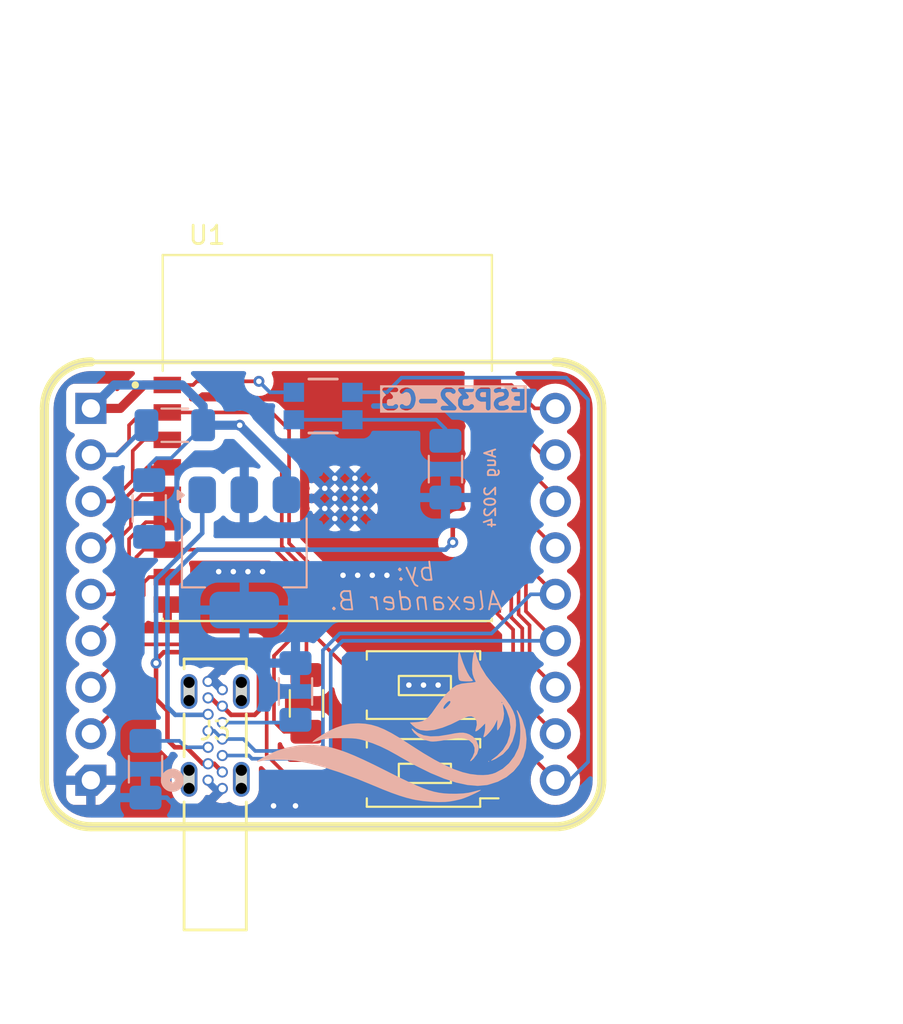
<source format=kicad_pcb>
(kicad_pcb (version 20240108) (generator "pcbnew") (generator_version "8.0")
  (layers (0 "F.Cu" signal) (31 "B.Cu" signal) (34 "B.Paste" user) (35 "F.Paste" user) (36 "B.SilkS" user "B.Silkscreen") (37 "F.SilkS" user "F.Silkscreen") (38 "B.Mask" user) (39 "F.Mask" user) (44 "Edge.Cuts" user))
  (net 0 "")
  (net 1 "GPIO3")
  (net 2 "GND")
  (net 3 "GPIO2")
  (net 4 "GPIO1")
  (net 5 "GPIO0")
  (net 6 "GPIO4")
  (net 7 "VBUS")
  (net 8 "GPIO7")
  (net 9 "USB_D+")
  (net 10 "UART-RX")
  (net 11 "USB_D-")
  (net 12 "GPIO5")
  (net 13 "GPIO8")
  (net 14 "UART-TX")
  (net 15 "GPIO10")
  (net 16 "EN")
  (net 17 "GPIO9")
  (net 18 "3V3")
  (net 19 "GPIO6")
  (net 20 "Net-(LED1-GND-Pad1)")
  (net 21 "Net-(J3-CC2)")
  (net 22 "Net-(J3-CC1)")
  (footprint "Alexander Footprint Library:ESP32-C3-WROOM-02-H4" (layer "F.Cu") (at 156.94 61.1)
    (property "Reference" "U1" (at -6.575 -11.085 0) (layer "F.SilkS"))
    (property "Value" "ESP32-C3-WROOM-02-N4")
    (pad "1" smd rect (at -8.75 -2.9) (size 1.5 0.9) (layers "F.Cu" "F.Paste" "F.Mask") (net 18 "3V3"))
    (pad "2" smd rect (at -8.75 -1.4) (size 1.5 0.9) (layers "F.Cu" "F.Paste" "F.Mask") (net 16 "EN"))
    (pad "3" smd rect (at -8.75 0.1) (size 1.5 0.9) (layers "F.Cu" "F.Paste" "F.Mask") (net 6 "GPIO4"))
    (pad "4" smd rect (at -8.75 1.6) (size 1.5 0.9) (layers "F.Cu" "F.Paste" "F.Mask") (net 12 "GPIO5"))
    (pad "5" smd rect (at -8.75 3.1) (size 1.5 0.9) (layers "F.Cu" "F.Paste" "F.Mask") (net 19 "GPIO6"))
    (pad "6" smd rect (at -8.75 4.6) (size 1.5 0.9) (layers "F.Cu" "F.Paste" "F.Mask") (net 8 "GPIO7"))
    (pad "7" smd rect (at -8.75 6.1) (size 1.5 0.9) (layers "F.Cu" "F.Paste" "F.Mask") (net 13 "GPIO8"))
    (pad "8" smd rect (at -8.75 7.6) (size 1.5 0.9) (layers "F.Cu" "F.Paste" "F.Mask") (net 17 "GPIO9"))
    (pad "9" smd rect (at -8.75 9.1) (size 1.5 0.9) (layers "F.Cu" "F.Paste" "F.Mask") (net 2 "GND"))
    (pad "10" smd rect (at 8.75 9.1) (size 1.5 0.9) (layers "F.Cu" "F.Paste" "F.Mask") (net 15 "GPIO10"))
    (pad "11" smd rect (at 8.75 7.6) (size 1.5 0.9) (layers "F.Cu" "F.Paste" "F.Mask") (net 10 "UART-RX"))
    (pad "12" smd rect (at 8.75 6.1) (size 1.5 0.9) (layers "F.Cu" "F.Paste" "F.Mask") (net 14 "UART-TX"))
    (pad "13" smd rect (at 8.75 4.6) (size 1.5 0.9) (layers "F.Cu" "F.Paste" "F.Mask") (net 11 "USB_D-"))
    (pad "14" smd rect (at 8.75 3.1) (size 1.5 0.9) (layers "F.Cu" "F.Paste" "F.Mask") (net 9 "USB_D+"))
    (pad "15" smd rect (at 8.75 1.6) (size 1.5 0.9) (layers "F.Cu" "F.Paste" "F.Mask") (net 1 "GPIO3"))
    (pad "16" smd rect (at 8.75 0.1) (size 1.5 0.9) (layers "F.Cu" "F.Paste" "F.Mask") (net 3 "GPIO2"))
    (pad "17" smd rect (at 8.75 -1.4) (size 1.5 0.9) (layers "F.Cu" "F.Paste" "F.Mask") (net 4 "GPIO1"))
    (pad "18" smd rect (at 8.75 -2.9) (size 1.5 0.9) (layers "F.Cu" "F.Paste" "F.Mask") (net 5 "GPIO0"))
    (pad "19" smd rect (at -0.14 2.2) (size 0.7 0.7) (layers "F.Cu" "F.Paste" "F.Mask") (net 2 "GND"))
    (pad "20" smd rect (at 0.96 2.2) (size 0.7 0.7) (layers "F.Cu" "F.Paste" "F.Mask") (net 2 "GND"))
    (pad "21" smd rect (at 2.06 2.2) (size 0.7 0.7) (layers "F.Cu" "F.Paste" "F.Mask") (net 2 "GND"))
    (pad "22" smd rect (at -0.14 3.3) (size 0.7 0.7) (layers "F.Cu" "F.Paste" "F.Mask") (net 2 "GND"))
    (pad "23" smd rect (at 0.96 3.3) (size 0.7 0.7) (layers "F.Cu" "F.Paste" "F.Mask") (net 2 "GND"))
    (pad "24" smd rect (at 2.06 3.3) (size 0.7 0.7) (layers "F.Cu" "F.Paste" "F.Mask") (net 2 "GND"))
    (pad "25" smd rect (at -0.14 4.4) (size 0.7 0.7) (layers "F.Cu" "F.Paste" "F.Mask") (net 2 "GND"))
    (pad "26" smd rect (at 0.96 4.4) (size 0.7 0.7) (layers "F.Cu" "F.Paste" "F.Mask") (net 2 "GND"))
    (pad "27" smd rect (at 2.06 4.4) (size 0.7 0.7) (layers "F.Cu" "F.Paste" "F.Mask") (net 2 "GND"))
    (pad "28" thru_hole circle (at 0.41 2.2) (size 0.4 0.4) (drill 0.3) (layers "*.Cu") (net 2 "GND"))
    (pad "29" thru_hole circle (at 1.51 2.2) (size 0.4 0.4) (drill 0.3) (layers "*.Cu") (net 2 "GND"))
    (pad "30" thru_hole circle (at -0.14 2.75) (size 0.4 0.4) (drill 0.3) (layers "*.Cu") (net 2 "GND"))
    (pad "31" thru_hole circle (at 0.96 2.75) (size 0.4 0.4) (drill 0.3) (layers "*.Cu") (net 2 "GND"))
    (pad "32" thru_hole circle (at 2.06 2.75) (size 0.4 0.4) (drill 0.3) (layers "*.Cu") (net 2 "GND"))
    (pad "33" thru_hole circle (at 0.41 3.3) (size 0.4 0.4) (drill 0.3) (layers "*.Cu") (net 2 "GND"))
    (pad "34" thru_hole circle (at 1.51 3.3) (size 0.4 0.4) (drill 0.3) (layers "*.Cu") (net 2 "GND"))
    (pad "35" thru_hole circle (at -0.14 3.85) (size 0.4 0.4) (drill 0.3) (layers "*.Cu") (net 2 "GND"))
    (pad "36" thru_hole circle (at 0.96 3.85) (size 0.4 0.4) (drill 0.3) (layers "*.Cu") (net 2 "GND"))
    (pad "37" thru_hole circle (at 2.06 3.85) (size 0.4 0.4) (drill 0.3) (layers "*.Cu") (net 2 "GND"))
    (pad "38" thru_hole circle (at 0.41 4.4) (size 0.4 0.4) (drill 0.3) (layers "*.Cu") (net 2 "GND"))
    (pad "39" thru_hole circle (at 1.51 4.4) (size 0.4 0.4) (drill 0.3) (layers "*.Cu") (net 2 "GND"))
    (zone (net 0) (net_name "") (layer "F.Cu") (connect_pads (clearance 0)) (min_thickness 0.01)
      (keepout (tracks not_allowed) (vias not_allowed) (pads not_allowed) (copperpour not_allowed) (footprints allowed))
      (fill (thermal_gap 0.508) (thermal_bridge_width 0.508))
      (polygon (pts (xy 147.94 51.1) (xy 165.94 51.1) (xy 165.94 57.1) (xy 147.94 57.1)))
    )
    (zone (net 0) (net_name "") (layer "B.Cu") (connect_pads (clearance 0)) (min_thickness 0.01)
      (keepout (tracks not_allowed) (vias not_allowed) (pads not_allowed) (copperpour not_allowed) (footprints allowed))
      (fill (thermal_gap 0.508) (thermal_bridge_width 0.508))
      (polygon (pts (xy 147.94 51.1) (xy 165.94 51.1) (xy 165.94 57.1) (xy 147.94 57.1)))
    )
  )
  (footprint "Alexander Footprint Library:SW_PUSH_6x3.5mm" (layer "F.Cu") (at 165.45 79.4 180)
    (property "Reference" "SW1" (hide yes))
    (property "Value" "SW_Push_SMD_6x3.5")
    (pad "1" smd rect (at 0 0 270) (size 2.25 2.25) (layers "F.Cu" "F.Paste" "F.Mask") (net 2 "GND"))
    (pad "2" smd oval (at 6.5 0 270) (size 2.25 2.25) (layers "F.Cu" "F.Paste" "F.Mask") (net 17 "GPIO9"))
  )
  (footprint "Alexander Footprint Library:USB-C_KUSBX-SL-CS1N14-B_KYC" (layer "F.Cu") (at 150.419999 79.799999)
    (property "Reference" "J3" (at 0.39 -2.7 0) (layer "F.SilkS"))
    (property "Value" "USB-C_KUSBX-SL-CS1N14-B")
    (fp_line (start -1.04 -4.354699) (end -1.04 -5.345299) (stroke (width 0.6096)) (layer "Edge.Cuts"))
    (fp_line (start -1.04 0.4453) (end -1.04 -0.5453) (stroke (width 0.6096)) (layer "Edge.Cuts"))
    (fp_line (start 1.82 -4.354699) (end 1.82 -5.345299) (stroke (width 0.6096)) (layer "Edge.Cuts"))
    (fp_line (start 1.82 0.4453) (end 1.82 -0.5453) (stroke (width 0.6096)) (layer "Edge.Cuts"))
    (pad "" np_thru_hole circle (at -1.04 -5.345299) (size 0.6096 0.6096) (drill 0.6096) (layers))
    (pad "" np_thru_hole circle (at -1.04 -4.354699) (size 0.6096 0.6096) (drill 0.6096) (layers))
    (pad "" np_thru_hole circle (at -1.04 -0.5453) (size 0.6096 0.6096) (drill 0.6096) (layers))
    (pad "" np_thru_hole circle (at -1.04 0.4453) (size 0.6096 0.6096) (drill 0.6096) (layers))
    (pad "" np_thru_hole circle (at 1.82 -5.345299) (size 0.6096 0.6096) (drill 0.6096) (layers))
    (pad "" np_thru_hole circle (at 1.82 -4.354699) (size 0.6096 0.6096) (drill 0.6096) (layers))
    (pad "" np_thru_hole circle (at 1.82 -0.5453) (size 0.6096 0.6096) (drill 0.6096) (layers))
    (pad "" np_thru_hole circle (at 1.82 0.4453) (size 0.6096 0.6096) (drill 0.6096) (layers))
    (pad "A1" thru_hole circle (at 0 0) (size 0.6096 0.6096) (drill 0.4064) (layers "*.Cu" "*.Mask") (net 2 "GND"))
    (pad "A4" thru_hole circle (at 0 -0.900001) (size 0.6096 0.6096) (drill 0.4064) (layers "*.Cu" "*.Mask") (net 7 "VBUS"))
    (pad "A5" thru_hole circle (at 0 -1.799999) (size 0.6096 0.6096) (drill 0.4064) (layers "*.Cu" "*.Mask") (net 22 "Net-(J3-CC1)"))
    (pad "A6" thru_hole circle (at 0 -2.7) (size 0.6096 0.6096) (drill 0.4064) (layers "*.Cu" "*.Mask") (net 9 "USB_D+"))
    (pad "A7" thru_hole circle (at 0 -3.6) (size 0.6096 0.6096) (drill 0.4064) (layers "*.Cu" "*.Mask") (net 11 "USB_D-"))
    (pad "A9" thru_hole circle (at 0 -4.499999) (size 0.6096 0.6096) (drill 0.4064) (layers "*.Cu" "*.Mask") (net 7 "VBUS"))
    (pad "A12" thru_hole circle (at 0 -5.399999) (size 0.6096 0.6096) (drill 0.4064) (layers "*.Cu" "*.Mask") (net 2 "GND"))
    (pad "B1" thru_hole circle (at 0.780001 -4.949999) (size 0.6096 0.6096) (drill 0.4064) (layers "*.Cu" "*.Mask") (net 2 "GND"))
    (pad "B4" thru_hole circle (at 0.780001 -4.049999) (size 0.6096 0.6096) (drill 0.4064) (layers "*.Cu" "*.Mask") (net 7 "VBUS"))
    (pad "B5" thru_hole circle (at 0.780001 -3.149999) (size 0.6096 0.6096) (drill 0.4064) (layers "*.Cu" "*.Mask") (net 21 "Net-(J3-CC2)"))
    (pad "B6" thru_hole circle (at 0.780001 -2.249999) (size 0.6096 0.6096) (drill 0.4064) (layers "*.Cu" "*.Mask") (net 9 "USB_D+"))
    (pad "B7" thru_hole circle (at 0.780001 -1.349999) (size 0.6096 0.6096) (drill 0.4064) (layers "*.Cu" "*.Mask") (net 11 "USB_D-"))
    (pad "B9" thru_hole circle (at 0.780001 -0.449999) (size 0.6096 0.6096) (drill 0.4064) (layers "*.Cu" "*.Mask") (net 7 "VBUS"))
    (pad "B12" thru_hole circle (at 0.780001 0.450001) (size 0.6096 0.6096) (drill 0.4064) (layers "*.Cu" "*.Mask") (net 2 "GND"))
    (pad "S_1" thru_hole oval (at -1.04 -0.05 90) (size 1.905 0.9144) (drill 0.0254) (layers "*.Cu" "*.Mask"))
    (pad "S_2" thru_hole oval (at 1.82 -0.05 90) (size 1.905 0.9144) (drill 0.0254) (layers "*.Cu" "*.Mask"))
    (pad "S_3" thru_hole oval (at -1.04 -4.849999 90) (size 1.905 0.9144) (drill 0.0254) (layers "*.Cu" "*.Mask"))
    (pad "S_4" thru_hole oval (at 1.82 -4.849999 90) (size 1.905 0.9144) (drill 0.0254) (layers "*.Cu" "*.Mask"))
  )
  (footprint "Resistor_SMD:R_1206_3216Metric_Pad1.30x1.75mm_HandSolder" (layer "F.Cu") (at 155.8 75.6 -90)
    (property "Reference" "R7" (hide yes))
    (property "Value" "2K2")
    (pad "1" smd roundrect (at -1.55 0 270) (size 1.3 1.75) (layers "F.Cu" "F.Paste" "F.Mask") (roundrect_rratio 0.192308) (net 18 "3V3"))
    (pad "2" smd roundrect (at 1.55 0 270) (size 1.3 1.75) (layers "F.Cu" "F.Paste" "F.Mask") (roundrect_rratio 0.192308) (net 13 "GPIO8"))
  )
  (footprint "Alexander Footprint Library:Conn_ESP32-C3-WROOM-02" (layer "F.Cu") (at 159.25 64.56)
    (property "Reference" "J2" (hide yes))
    (property "Value" "~")
    (fp_line (start -17.78 15.24) (end -17.78 -5.08) (stroke (width 0.05)) (layer "Edge.Cuts"))
    (fp_line (start -15.24 -7.62) (end 10.16 -7.62) (stroke (width 0.05)) (layer "Edge.Cuts"))
    (fp_line (start 10.16 17.78) (end -15.24 17.78) (stroke (width 0.05)) (layer "Edge.Cuts"))
    (fp_line (start 12.7 -5.08) (end 12.7 15.24) (stroke (width 0.05)) (layer "Edge.Cuts"))
    (fp_arc (start -17.78 -5.08) (mid -17.036051 -6.876051) (end -15.24 -7.62) (stroke (width 0.05)) (layer "Edge.Cuts"))
    (fp_arc (start -15.24 17.78) (mid -17.036051 17.036051) (end -17.78 15.24) (stroke (width 0.05)) (layer "Edge.Cuts"))
    (fp_arc (start 10.16 -7.62) (mid 11.956051 -6.876051) (end 12.7 -5.08) (stroke (width 0.05)) (layer "Edge.Cuts"))
    (fp_arc (start 12.7 15.24) (mid 11.956051 17.036051) (end 10.16 17.78) (stroke (width 0.05)) (layer "Edge.Cuts"))
    (pad "1" thru_hole rect (at -15.24 -5.08) (size 1.7 1.7) (drill 1) (layers "*.Cu" "*.Mask") (net 18 "3V3"))
    (pad "2" thru_hole circle (at -15.24 -2.54) (size 1.7 1.7) (drill 1) (layers "*.Cu" "*.Mask") (net 16 "EN"))
    (pad "3" thru_hole circle (at -15.24 0) (size 1.7 1.7) (drill 1) (layers "*.Cu" "*.Mask") (net 6 "GPIO4"))
    (pad "4" thru_hole circle (at -15.24 2.54) (size 1.7 1.7) (drill 1) (layers "*.Cu" "*.Mask") (net 12 "GPIO5"))
    (pad "5" thru_hole circle (at -15.24 5.08) (size 1.7 1.7) (drill 1) (layers "*.Cu" "*.Mask") (net 19 "GPIO6"))
    (pad "6" thru_hole circle (at -15.24 7.62) (size 1.7 1.7) (drill 1) (layers "*.Cu" "*.Mask") (net 8 "GPIO7"))
    (pad "7" thru_hole circle (at -15.24 10.16) (size 1.7 1.7) (drill 1) (layers "*.Cu" "*.Mask") (net 13 "GPIO8"))
    (pad "8" thru_hole circle (at -15.24 12.7) (size 1.7 1.7) (drill 1) (layers "*.Cu" "*.Mask") (net 17 "GPIO9"))
    (pad "9" thru_hole roundrect (at -15.24 15.24) (size 1.7 1.7) (drill 1) (layers "*.Cu" "*.Mask") (roundrect_rratio 0) (chamfer_ratio 0.3) (chamfer top_left bottom_right) (net 2 "GND"))
    (pad "10" thru_hole circle (at 10.16 15.24) (size 1.7 1.7) (drill 1) (layers "*.Cu" "*.Mask") (net 15 "GPIO10"))
    (pad "11" thru_hole circle (at 10.16 12.7) (size 1.7 1.7) (drill 1) (layers "*.Cu" "*.Mask") (net 10 "UART-RX"))
    (pad "12" thru_hole circle (at 10.16 10.16) (size 1.7 1.7) (drill 1) (layers "*.Cu" "*.Mask") (net 14 "UART-TX"))
    (pad "13" thru_hole circle (at 10.16 7.62) (size 1.7 1.7) (drill 1) (layers "*.Cu" "*.Mask") (net 11 "USB_D-"))
    (pad "14" thru_hole circle (at 10.16 5.08) (size 1.7 1.7) (drill 1) (layers "*.Cu" "*.Mask") (net 9 "USB_D+"))
    (pad "15" thru_hole circle (at 10.16 2.54) (size 1.7 1.7) (drill 1) (layers "*.Cu" "*.Mask") (net 1 "GPIO3"))
    (pad "16" thru_hole circle (at 10.16 0) (size 1.7 1.7) (drill 1) (layers "*.Cu" "*.Mask") (net 3 "GPIO2"))
    (pad "17" thru_hole circle (at 10.16 -2.54) (size 1.7 1.7) (drill 1) (layers "*.Cu" "*.Mask") (net 4 "GPIO1"))
    (pad "18" thru_hole circle (at 10.16 -5.08) (size 1.7 1.7) (drill 1) (layers "*.Cu" "*.Mask") (net 5 "GPIO0"))
  )
  (footprint "Alexander Footprint Library:SW_PUSH_6x3.5mm" (layer "F.Cu") (at 165.45 74.6 180)
    (property "Reference" "SW2" (hide yes))
    (property "Value" "SW_Push_SMD_6x3.5")
    (pad "1" smd rect (at 0 0 270) (size 2.25 2.25) (layers "F.Cu" "F.Paste" "F.Mask") (net 2 "GND"))
    (pad "2" smd oval (at 6.5 0 270) (size 2.25 2.25) (layers "F.Cu" "F.Paste" "F.Mask") (net 16 "EN"))
  )
  (footprint "Resistor_SMD:R_1206_3216Metric_Pad1.30x1.75mm_HandSolder" (layer "B.Cu") (at 147.2 64.95 -90)
    (property "Reference" "R8" (hide yes))
    (property "Value" "2K2")
    (pad "1" smd roundrect (at -1.55 0 270) (size 1.3 1.75) (layers "B.Cu" "B.Paste" "B.Mask") (roundrect_rratio 0.192308) (net 18 "3V3"))
    (pad "2" smd roundrect (at 1.55 0 270) (size 1.3 1.75) (layers "B.Cu" "B.Paste" "B.Mask") (roundrect_rratio 0.192308) (net 17 "GPIO9"))
  )
  (footprint "LOGO" (layer "B.Cu") (at 160.4 76.8 180)
    (property "Reference" "G***" (hide yes))
    (property "Value" "LOGO" (hide yes))
  )
  (footprint "Alexander Footprint Library:B1552_HVK-M" (layer "B.Cu") (at 156.71 59.350001)
    (property "Reference" "LED1" (hide yes))
    (property "Value" "LED-RED-GREEN-B1552USUG20D")
    (pad "1" smd rect (at -1.6002 0.750001) (size 1.1176 1.0414) (layers "B.Cu" "B.Paste" "B.Mask") (net 20 "Net-(LED1-GND-Pad1)"))
    (pad "2" smd rect (at -1.6002 -0.750001) (size 1.1176 1.0414) (layers "B.Cu" "B.Paste" "B.Mask") (net 18 "3V3"))
    (pad "3" smd rect (at 1.6002 -0.750001) (size 1.1176 1.0414) (layers "B.Cu" "B.Paste" "B.Mask") (net 15 "GPIO10"))
    (pad "4" smd rect (at 1.6002 0.750001) (size 1.1176 1.0414) (layers "B.Cu" "B.Paste" "B.Mask") (net 20 "Net-(LED1-GND-Pad1)"))
  )
  (footprint "Package_TO_SOT_SMD:SOT-223-3_TabPin2" (layer "B.Cu") (at 152.4 67.35 -90)
    (property "Reference" "U2" (hide yes))
    (property "Value" "AMS1117-3V3")
    (pad "1" smd roundrect (at -3.15 2.3 270) (size 2 1.5) (layers "B.Cu" "B.Paste" "B.Mask") (net 7 "VBUS"))
    (pad "2" smd roundrect (at -3.15 0 270) (size 2 1.5) (layers "B.Cu" "B.Paste" "B.Mask") (net 2 "GND"))
    (pad "2" smd roundrect (at 3.15 0 270) (size 2 3.8) (layers "B.Cu" "B.Paste" "B.Mask") (net 2 "GND"))
    (pad "3" smd roundrect (at -3.15 -2.3 270) (size 2 1.5) (layers "B.Cu" "B.Paste" "B.Mask") (net 18 "3V3"))
  )
  (footprint "Resistor_SMD:R_1206_3216Metric_Pad1.30x1.75mm_HandSolder" (layer "B.Cu") (at 148.6 60.4 180)
    (property "Reference" "R1" (hide yes))
    (property "Value" "10k")
    (pad "1" smd roundrect (at -1.55 0 180) (size 1.3 1.75) (layers "B.Cu" "B.Paste" "B.Mask") (roundrect_rratio 0.192308) (net 18 "3V3"))
    (pad "2" smd roundrect (at 1.55 0 180) (size 1.3 1.75) (layers "B.Cu" "B.Paste" "B.Mask") (roundrect_rratio 0.192308) (net 16 "EN"))
  )
  (footprint "Resistor_SMD:R_1206_3216Metric_Pad1.30x1.75mm_HandSolder" (layer "B.Cu") (at 147 79.2 -90)
    (property "Reference" "R5" (hide yes))
    (property "Value" "5k1")
    (pad "1" smd roundrect (at -1.55 0 270) (size 1.3 1.75) (layers "B.Cu" "B.Paste" "B.Mask") (roundrect_rratio 0.192308) (net 22 "Net-(J3-CC1)"))
    (pad "2" smd roundrect (at 1.55 0 270) (size 1.3 1.75) (layers "B.Cu" "B.Paste" "B.Mask") (roundrect_rratio 0.192308) (net 2 "GND"))
  )
  (footprint "Resistor_SMD:R_1206_3216Metric_Pad1.30x1.75mm_HandSolder" (layer "B.Cu") (at 163.4 62.8 90)
    (property "Reference" "R4" (hide yes))
    (property "Value" "5k1")
    (pad "1" smd roundrect (at -1.55 0 90) (size 1.3 1.75) (layers "B.Cu" "B.Paste" "B.Mask") (roundrect_rratio 0.192308) (net 2 "GND"))
    (pad "2" smd roundrect (at 1.55 0 90) (size 1.3 1.75) (layers "B.Cu" "B.Paste" "B.Mask") (roundrect_rratio 0.192308) (net 20 "Net-(LED1-GND-Pad1)"))
  )
  (footprint "Resistor_SMD:R_1206_3216Metric_Pad1.30x1.75mm_HandSolder" (layer "B.Cu") (at 155.2 74.95 -90)
    (property "Reference" "R6" (hide yes))
    (property "Value" "5k1")
    (pad "1" smd roundrect (at -1.55 0 270) (size 1.3 1.75) (layers "B.Cu" "B.Paste" "B.Mask") (roundrect_rratio 0.192308) (net 2 "GND"))
    (pad "2" smd roundrect (at 1.55 0 270) (size 1.3 1.75) (layers "B.Cu" "B.Paste" "B.Mask") (roundrect_rratio 0.192308) (net 21 "Net-(J3-CC2)"))
  )
  (gr_text "ESP32-C3" (at 168 59.6 0) (layer "B.SilkS" knockout) (effects (font (size 1 1) (thickness 0.25) (bold yes)) (justify left bottom mirror)))
  (gr_text "by:\nAlexander B." (at 161.8 69.2 0) (layer "B.SilkS") (effects (font (size 1 1) (thickness 0.1) (italic yes)) (justify mirror)))
  (gr_text "Aug 2024" (at 166.2 61.6 90) (layer "B.SilkS") (effects (font (size 0.6 0.6) (thickness 0.1)) (justify left bottom mirror)))
  (segment (start 166.9 62.7) (end 167.8 63.6) (width 0.2) (layer "F.Cu") (net 1))
  (segment (start 167.8 65.49) (end 169.41 67.1) (width 0.2) (layer "F.Cu") (net 1))
  (segment (start 167.8 63.6) (end 167.8 65.49) (width 0.2) (layer "F.Cu") (net 1))
  (segment (start 165.69 62.7) (end 166.9 62.7) (width 0.2) (layer "F.Cu") (net 1))
  (via (at 163 74.6) (size 0.6) (drill 0.3) (layers "F.Cu" "B.Cu") (net 2))
  (via (at 157.8 68.6) (size 0.6) (drill 0.3) (layers "F.Cu" "B.Cu") (net 2))
  (via (at 161.4 74.6) (size 0.6) (drill 0.3) (layers "F.Cu" "B.Cu") (net 2))
  (via (at 151.8 68.4) (size 0.6) (drill 0.3) (layers "F.Cu" "B.Cu") (net 2))
  (via (at 159.4 68.6) (size 0.6) (drill 0.3) (layers "F.Cu" "B.Cu") (net 2))
  (via (at 154 81.2) (size 0.6) (drill 0.3) (layers "F.Cu" "B.Cu") (net 2))
  (via (at 151 68.4) (size 0.6) (drill 0.3) (layers "F.Cu" "B.Cu") (net 2))
  (via (at 155.2 81.2) (size 0.6) (drill 0.3) (layers "F.Cu" "B.Cu") (net 2))
  (via (at 158.6 68.6) (size 0.6) (drill 0.3) (layers "F.Cu" "B.Cu") (net 2))
  (via (at 152.6 68.4) (size 0.6) (drill 0.3) (layers "F.Cu" "B.Cu") (net 2))
  (via (at 162.2 74.6) (size 0.6) (drill 0.3) (layers "F.Cu" "B.Cu") (net 2))
  (via (at 160.2 68.6) (size 0.6) (drill 0.3) (layers "F.Cu" "B.Cu") (net 2))
  (via (at 153.4 68.4) (size 0.6) (drill 0.3) (layers "F.Cu" "B.Cu") (net 2))
  (segment (start 150.419999 79.799999) (end 150.87 80.25) (width 0.25) (layer "B.Cu") (net 2))
  (segment (start 151.2 74.85) (end 150.75 74.4) (width 0.5) (layer "B.Cu") (net 2))
  (segment (start 148.15 80.75) (end 147 80.75) (width 0.25) (layer "B.Cu") (net 2))
  (segment (start 150.25 81.2) (end 148.6 81.2) (width 0.25) (layer "B.Cu") (net 2))
  (segment (start 147.402499 81.152499) (end 147 80.75) (width 0.5) (layer "B.Cu") (net 2))
  (segment (start 151.2 80.25) (end 150.25 81.2) (width 0.25) (layer "B.Cu") (net 2))
  (segment (start 148.6 81.2) (end 148.15 80.75) (width 0.25) (layer "B.Cu") (net 2))
  (segment (start 150.87 80.25) (end 151.2 80.25) (width 0.25) (layer "B.Cu") (net 2))
  (segment (start 150.75 74.4) (end 150.419999 74.4) (width 0.5) (layer "B.Cu") (net 2))
  (segment (start 165.69 61.2) (end 166.3 61.2) (width 0.2) (layer "F.Cu") (net 3))
  (segment (start 166.3 61.2) (end 169.41 64.31) (width 0.2) (layer "F.Cu") (net 3))
  (segment (start 169.41 64.31) (end 169.41 64.56) (width 0.2) (layer "F.Cu") (net 3))
  (segment (start 165.69 59.7) (end 166.4 59.7) (width 0.2) (layer "F.Cu") (net 4))
  (segment (start 166.4 59.7) (end 168.72 62.02) (width 0.2) (layer "F.Cu") (net 4))
  (segment (start 168.72 62.02) (end 169.41 62.02) (width 0.2) (layer "F.Cu") (net 4))
  (segment (start 168.28 59.48) (end 167 58.2) (width 0.2) (layer "F.Cu") (net 5))
  (segment (start 167 58.2) (end 165.69 58.2) (width 0.2) (layer "F.Cu") (net 5))
  (segment (start 169.41 59.48) (end 168.28 59.48) (width 0.2) (layer "F.Cu") (net 5))
  (segment (start 148.19 61.2) (end 146.9 61.2) (width 0.2) (layer "F.Cu") (net 6))
  (segment (start 146.9 61.2) (end 146.3 61.8) (width 0.2) (layer "F.Cu") (net 6))
  (segment (start 146.3 63.4) (end 145.14 64.56) (width 0.2) (layer "F.Cu") (net 6))
  (segment (start 146.3 61.8) (end 146.3 63.4) (width 0.2) (layer "F.Cu") (net 6))
  (segment (start 145.14 64.56) (end 144.01 64.56) (width 0.2) (layer "F.Cu") (net 6))
  (segment (start 153.2 76) (end 152.9725 76.2275) (width 0.25) (layer "F.Cu") (net 7))
  (segment (start 150.582551 75.3) (end 151.032551 75.75) (width 0.25) (layer "F.Cu") (net 7))
  (segment (start 152.9725 76.2275) (end 151.6775 76.2275) (width 0.25) (layer "F.Cu") (net 7))
  (segment (start 148 72.8) (end 152.8 72.8) (width 0.25) (layer "F.Cu") (net 7))
  (segment (start 148.2 76) (end 148.2 77.6) (width 0.25) (layer "F.Cu") (net 7))
  (segment (start 151.6775 76.2275) (end 151.2 75.75) (width 0.25) (layer "F.Cu") (net 7))
  (segment (start 149.231498 78) (end 150.131496 78.899998) (width 0.25) (layer "F.Cu") (net 7))
  (segment (start 148.6 78) (end 149.231498 78) (width 0.25) (layer "F.Cu") (net 7))
  (segment (start 147.575 73.4) (end 147.575 75.375) (width 0.25) (layer "F.Cu") (net 7))
  (segment (start 150.749998 78.899998) (end 150.419999 78.899998) (width 0.25) (layer "F.Cu") (net 7))
  (segment (start 147.575 73.225) (end 148 72.8) (width 0.25) (layer "F.Cu") (net 7))
  (segment (start 153.2 73.2) (end 153.2 76) (width 0.25) (layer "F.Cu") (net 7))
  (segment (start 151.032551 75.75) (end 151.2 75.75) (width 0.25) (layer "F.Cu") (net 7))
  (segment (start 147.575 73.4) (end 147.575 73.225) (width 0.25) (layer "F.Cu") (net 7))
  (segment (start 148.2 77.6) (end 148.6 78) (width 0.25) (layer "F.Cu") (net 7))
  (segment (start 152.8 72.8) (end 153.2 73.2) (width 0.25) (layer "F.Cu") (net 7))
  (segment (start 150.749998 78.899998) (end 151.2 79.35) (width 0.25) (layer "F.Cu") (net 7))
  (segment (start 147.575 75.375) (end 148.2 76) (width 0.25) (layer "F.Cu") (net 7))
  (segment (start 150.131496 78.899998) (end 150.429325 78.899998) (width 0.25) (layer "F.Cu") (net 7))
  (segment (start 150.419999 78.899998) (end 150.6 78.899998) (width 0.25) (layer "F.Cu") (net 7))
  (via (at 147.575 73.4) (size 0.6) (drill 0.3) (layers "F.Cu" "B.Cu") (net 7))
  (segment (start 147.575 68.825) (end 150.1 66.3) (width 0.25) (layer "B.Cu") (net 7))
  (segment (start 150.1 66.3) (end 150.1 64.2) (width 0.25) (layer "B.Cu") (net 7))
  (segment (start 147.575 73.4) (end 147.575 68.825) (width 0.25) (layer "B.Cu") (net 7))
  (segment (start 148.19 65.7) (end 147.015686 65.7) (width 0.2) (layer "F.Cu") (net 8))
  (segment (start 146.1 66.615686) (end 146.1 69.358628) (width 0.2) (layer "F.Cu") (net 8))
  (segment (start 146.1 69.358628) (end 145.8 69.658628) (width 0.2) (layer "F.Cu") (net 8))
  (segment (start 145.8 69.658628) (end 145.8 70.39) (width 0.2) (layer "F.Cu") (net 8))
  (segment (start 147.015686 65.7) (end 146.1 66.615686) (width 0.2) (layer "F.Cu") (net 8))
  (segment (start 145.8 70.39) (end 144.01 72.18) (width 0.2) (layer "F.Cu") (net 8))
  (segment (start 167.4 65.655686) (end 167.8 66.055686) (width 0.2) (layer "F.Cu") (net 9))
  (segment (start 167.8 66.055686) (end 167.8 68.03) (width 0.2) (layer "F.Cu") (net 9))
  (segment (start 166.8 64.2) (end 167.4 64.8) (width 0.2) (layer "F.Cu") (net 9))
  (segment (start 167.4 64.8) (end 167.4 65.655686) (width 0.2) (layer "F.Cu") (net 9))
  (segment (start 167.8 68.03) (end 169.41 69.64) (width 0.2) (layer "F.Cu") (net 9))
  (segment (start 165.69 64.2) (end 166.8 64.2) (width 0.2) (layer "F.Cu") (net 9))
  (segment (start 150.749999 77.099999) (end 151.2 77.55) (width 0.2) (layer "B.Cu") (net 9))
  (segment (start 165.92 71.78) (end 168.06 69.64) (width 0.2) (layer "B.Cu") (net 9))
  (segment (start 153 78.2) (end 156.4 78.2) (width 0.2) (layer "B.Cu") (net 9))
  (segment (start 156.4 78.2) (end 156.7 77.9) (width 0.2) (layer "B.Cu") (net 9))
  (segment (start 156.7 72.7) (end 157.62 71.78) (width 0.2) (layer "B.Cu") (net 9))
  (segment (start 151.2 77.55) (end 152.35 77.55) (width 0.2) (layer "B.Cu") (net 9))
  (segment (start 157.62 71.78) (end 165.92 71.78) (width 0.2) (layer "B.Cu") (net 9))
  (segment (start 156.7 77.9) (end 156.7 72.7) (width 0.2) (layer "B.Cu") (net 9))
  (segment (start 152.35 77.55) (end 153 78.2) (width 0.2) (layer "B.Cu") (net 9))
  (segment (start 150.419999 77.099999) (end 150.749999 77.099999) (width 0.2) (layer "B.Cu") (net 9))
  (segment (start 168.06 69.64) (end 169.41 69.64) (width 0.2) (layer "B.Cu") (net 9))
  (segment (start 167 69.71) (end 167 70.901372) (width 0.2) (layer "F.Cu") (net 10))
  (segment (start 167.6 71.501372) (end 167.6 75.45) (width 0.2) (layer "F.Cu") (net 10))
  (segment (start 165.99 68.7) (end 167 69.71) (width 0.2) (layer "F.Cu") (net 10))
  (segment (start 165.69 68.7) (end 165.99 68.7) (width 0.2) (layer "F.Cu") (net 10))
  (segment (start 167 70.901372) (end 167.6 71.501372) (width 0.2) (layer "F.Cu") (net 10))
  (segment (start 167.6 75.45) (end 169.41 77.26) (width 0.2) (layer "F.Cu") (net 10))
  (segment (start 164.1 65.7) (end 165.69 65.7) (width 0.25) (layer "F.Cu") (net 11))
  (segment (start 166.5 65.7) (end 167.4 66.6) (width 0.2) (layer "F.Cu") (net 11))
  (segment (start 163.8 66.8) (end 163.8 66) (width 0.25) (layer "F.Cu") (net 11))
  (segment (start 167.4 68.195686) (end 167.8 68.595686) (width 0.2) (layer "F.Cu") (net 11))
  (segment (start 167.8 70.57) (end 169.41 72.18) (width 0.2) (layer "F.Cu") (net 11))
  (segment (start 167.8 68.595686) (end 167.8 70.57) (width 0.2) (layer "F.Cu") (net 11))
  (segment (start 167.4 66.6) (end 167.4 68.195686) (width 0.2) (layer "F.Cu") (net 11))
  (segment (start 163.8 66) (end 164.1 65.7) (width 0.25) (layer "F.Cu") (net 11))
  (segment (start 165.69 65.7) (end 166.5 65.7) (width 0.2) (layer "F.Cu") (net 11))
  (via (at 163.8 66.8) (size 0.6) (drill 0.3) (layers "F.Cu" "B.Cu") (net 11))
  (segment (start 148.6275 76.2275) (end 150.392498 76.2275) (width 0.25) (layer "B.Cu") (net 11))
  (segment (start 148.2 68.836396) (end 148.2 75.8) (width 0.25) (layer "B.Cu") (net 11))
  (segment (start 157.125 73.255) (end 157.125 72.840686) (width 0.2) (layer "B.Cu") (net 11))
  (segment (start 150.392498 76.2275) (end 150.419999 76.199999) (width 0.25) (layer "B.Cu") (net 11))
  (segment (start 148.2 75.8) (end 148.6275 76.2275) (width 0.25) (layer "B.Cu") (net 11))
  (segment (start 151.2 78.45) (end 152.648959 78.45) (width 0.2) (layer "B.Cu") (net 11))
  (segment (start 156.576041 78.625) (end 157.125 78.076041) (width 0.2) (layer "B.Cu") (net 11))
  (segment (start 163.8 66.8) (end 163.4 67.2) (width 0.25) (layer "B.Cu") (net 11))
  (segment (start 157.785686 72.18) (end 169.41 72.18) (width 0.2) (layer "B.Cu") (net 11))
  (segment (start 157.125 78.076041) (end 157.125 73.255) (width 0.2) (layer "B.Cu") (net 11))
  (segment (start 163.4 67.2) (end 149.836396 67.2) (width 0.25) (layer "B.Cu") (net 11))
  (segment (start 152.823959 78.625) (end 156.576041 78.625) (width 0.2) (layer "B.Cu") (net 11))
  (segment (start 152.648959 78.45) (end 152.823959 78.625) (width 0.2) (layer "B.Cu") (net 11))
  (segment (start 157.125 72.840686) (end 157.785686 72.18) (width 0.2) (layer "B.Cu") (net 11))
  (segment (start 149.836396 67.2) (end 148.2 68.836396) (width 0.25) (layer "B.Cu") (net 11))
  (segment (start 148.19 62.7) (end 147.1 62.7) (width 0.2) (layer "F.Cu") (net 12))
  (segment (start 145.8 65.784314) (end 144.484314 67.1) (width 0.2) (layer "F.Cu") (net 12))
  (segment (start 146.7 63.1) (end 146.7 63.565686) (width 0.2) (layer "F.Cu") (net 12))
  (segment (start 146.7 63.565686) (end 145.8 64.465686) (width 0.2) (layer "F.Cu") (net 12))
  (segment (start 145.8 64.465686) (end 145.8 65.784314) (width 0.2) (layer "F.Cu") (net 12))
  (segment (start 144.484314 67.1) (end 144.01 67.1) (width 0.2) (layer "F.Cu") (net 12))
  (segment (start 147.1 62.7) (end 146.7 63.1) (width 0.2) (layer "F.Cu") (net 12))
  (segment (start 154.025 76.6) (end 154.025 73) (width 0.2) (layer "F.Cu") (net 13))
  (segment (start 146.2 69.824313) (end 146.2 70.555686) (width 0.2) (layer "F.Cu") (net 13))
  (segment (start 145.6 71.155686) (end 145.6 73.13) (width 0.2) (layer "F.Cu") (net 13))
  (segment (start 145.6 73.13) (end 144.01 74.72) (width 0.2) (layer "F.Cu") (net 13))
  (segment (start 146.499999 69.524314) (end 146.2 69.824313) (width 0.2) (layer "F.Cu") (net 13))
  (segment (start 148.19 67.2) (end 154.068628 67.2) (width 0.2) (layer "F.Cu") (net 13))
  (segment (start 146.2 70.555686) (end 145.6 71.155686) (width 0.2) (layer "F.Cu") (net 13))
  (segment (start 146.5 67.6) (end 146.499999 69.524314) (width 0.2) (layer "F.Cu") (net 13))
  (segment (start 148.19 67.2) (end 146.9 67.2) (width 0.2) (layer "F.Cu") (net 13))
  (segment (start 154.068628 67.2) (end 155.4 68.531372) (width 0.2) (layer "F.Cu") (net 13))
  (segment (start 146.9 67.2) (end 146.5 67.6) (width 0.2) (layer "F.Cu") (net 13))
  (segment (start 155.4 68.531372) (end 155.4 71.625) (width 0.2) (layer "F.Cu") (net 13))
  (segment (start 155.4 71.625) (end 154.025 73) (width 0.2) (layer "F.Cu") (net 13))
  (segment (start 155.8 77.15) (end 154.575 77.15) (width 0.2) (layer "F.Cu") (net 13))
  (segment (start 154.575 77.15) (end 154.025 76.6) (width 0.2) (layer "F.Cu") (net 13))
  (segment (start 167.4 68.761372) (end 167.4 70.735686) (width 0.2) (layer "F.Cu") (net 14))
  (segment (start 167.4 70.735686) (end 168 71.335686) (width 0.2) (layer "F.Cu") (net 14))
  (segment (start 165.69 67.2) (end 166.3 67.2) (width 0.2) (layer "F.Cu") (net 14))
  (segment (start 167 68.361372) (end 167.4 68.761372) (width 0.2) (layer "F.Cu") (net 14))
  (segment (start 168 71.335686) (end 168 73.31) (width 0.2) (layer "F.Cu") (net 14))
  (segment (start 167 67.9) (end 167 68.361372) (width 0.2) (layer "F.Cu") (net 14))
  (segment (start 166.3 67.2) (end 167 67.9) (width 0.2) (layer "F.Cu") (net 14))
  (segment (start 168 73.31) (end 169.41 74.72) (width 0.2) (layer "F.Cu") (net 14))
  (segment (start 167.9 76.315686) (end 167.9 78.29) (width 0.2) (layer "F.Cu") (net 15))
  (segment (start 165.732942 70.2) (end 167.1 71.567058) (width 0.2) (layer "F.Cu") (net 15))
  (segment (start 167.9 78.29) (end 169.41 79.8) (width 0.2) (layer "F.Cu") (net 15))
  (segment (start 165.69 70.2) (end 165.732942 70.2) (width 0.2) (layer "F.Cu") (net 15))
  (segment (start 167.1 71.567058) (end 167.1 75.515686) (width 0.2) (layer "F.Cu") (net 15))
  (segment (start 167.1 75.515686) (end 167.9 76.315686) (width 0.2) (layer "F.Cu") (net 15))
  (segment (start 171.2 59) (end 170 57.8) (width 0.2) (layer "B.Cu") (net 15))
  (segment (start 169.41 79.8) (end 170.2 79.8) (width 0.2) (layer "B.Cu") (net 15))
  (segment (start 170.2 79.8) (end 171.2 78.8) (width 0.2) (layer "B.Cu") (net 15))
  (segment (start 171.2 78.8) (end 171.2 59) (width 0.2) (layer "B.Cu") (net 15))
  (segment (start 160.2 58.6) (end 158.3102 58.6) (width 0.2) (layer "B.Cu") (net 15))
  (segment (start 170 57.8) (end 161 57.8) (width 0.2) (layer "B.Cu") (net 15))
  (segment (start 161 57.8) (end 160.2 58.6) (width 0.2) (layer "B.Cu") (net 15))
  (segment (start 148.19 59.7) (end 153.9 59.7) (width 0.2) (layer "F.Cu") (net 16))
  (segment (start 146.8 59.7) (end 146.1 60.4) (width 0.2) (layer "F.Cu") (net 16))
  (segment (start 156.2 71.85) (end 158.95 74.6) (width 0.2) (layer "F.Cu") (net 16))
  (segment (start 145.38 62.02) (end 144.01 62.02) (width 0.2) (layer "F.Cu") (net 16))
  (segment (start 156.2 68.2) (end 156.2 71.85) (width 0.2) (layer "F.Cu") (net 16))
  (segment (start 154.85 66.85) (end 156.2 68.2) (width 0.2) (layer "F.Cu") (net 16))
  (segment (start 153.9 59.7) (end 154.85 60.65) (width 0.2) (layer "F.Cu") (net 16))
  (segment (start 146.1 60.4) (end 146.1 61.3) (width 0.2) (layer "F.Cu") (net 16))
  (segment (start 148.19 59.7) (end 146.8 59.7) (width 0.2) (layer "F.Cu") (net 16))
  (segment (start 146.1 61.3) (end 145.38 62.02) (width 0.2) (layer "F.Cu") (net 16))
  (segment (start 154.85 60.65) (end 154.85 66.85) (width 0.2) (layer "F.Cu") (net 16))
  (segment (start 147.05 60.4) (end 145.43 62.02) (width 0.25) (layer "B.Cu") (net 16))
  (segment (start 145.43 62.02) (end 144.01 62.02) (width 0.25) (layer "B.Cu") (net 16))
  (segment (start 146 73.2) (end 146.047843 73.247843) (width 0.2) (layer "F.Cu") (net 17))
  (segment (start 146.9 69) (end 146.9 69.69) (width 0.2) (layer "F.Cu") (net 17))
  (segment (start 145.8 75.47) (end 144.01 77.26) (width 0.2) (layer "F.Cu") (net 17))
  (segment (start 153.625 78.425) (end 153.625 73.023959) (width 0.2) (layer "F.Cu") (net 17))
  (segment (start 148.19 68.7) (end 147.2 68.7) (width 0.2) (layer "F.Cu") (net 17))
  (segment (start 158.95 79.4) (end 154.6 79.4) (width 0.2) (layer "F.Cu") (net 17))
  (segment (start 153.625 73.023959) (end 152.976041 72.375) (width 0.2) (layer "F.Cu") (net 17))
  (segment (start 146.665685 69.924314) (end 146.6 69.989999) (width 0.2) (layer "F.Cu") (net 17))
  (segment (start 152.976041 72.375) (end 146.920686 72.375) (width 0.2) (layer "F.Cu") (net 17))
  (segment (start 146.920686 72.375) (end 146.347843 72.947843) (width 0.2) (layer "F.Cu") (net 17))
  (segment (start 145.8 73.495686) (end 145.8 75.47) (width 0.2) (layer "F.Cu") (net 17))
  (segment (start 146.9 69.69) (end 146.665685 69.924314) (width 0.2) (layer "F.Cu") (net 17))
  (segment (start 147.2 68.7) (end 146.9 69) (width 0.2) (layer "F.Cu") (net 17))
  (segment (start 146.6 70.721372) (end 146 71.321372) (width 0.2) (layer "F.Cu") (net 17))
  (segment (start 154.6 79.4) (end 153.625 78.425) (width 0.2) (layer "F.Cu") (net 17))
  (segment (start 146.347843 72.947843) (end 145.8 73.495686) (width 0.2) (layer "F.Cu") (net 17))
  (segment (start 146.6 69.989999) (end 146.6 70.721372) (width 0.2) (layer "F.Cu") (net 17))
  (segment (start 146 71.321372) (end 146 73.2) (width 0.2) (layer "F.Cu") (net 17))
  (segment (start 146.9 58.2) (end 145.62 59.48) (width 0.5) (layer "F.Cu") (net 18))
  (segment (start 153.2 58) (end 149.8 58) (width 0.2) (layer "F.Cu") (net 18))
  (segment (start 155.8 72.95) (end 155.8 68.365686) (width 0.2) (layer "F.Cu") (net 18))
  (segment (start 149.6 58.2) (end 148.19 58.2) (width 0.2) (layer "F.Cu") (net 18))
  (segment (start 154.45 67.015686) (end 154.45 62.7) (width 0.2) (layer "F.Cu") (net 18))
  (segment (start 149.8 58) (end 149.6 58.2) (width 0.2) (layer "F.Cu") (net 18))
  (segment (start 145.62 59.48) (end 144.01 59.48) (width 0.5) (layer "F.Cu") (net 18))
  (segment (start 154.45 62.7) (end 152.15 60.4) (width 0.2) (layer "F.Cu") (net 18))
  (segment (start 155.8 68.365686) (end 154.45 67.015686) (width 0.2) (layer "F.Cu") (net 18))
  (segment (start 148.19 58.2) (end 146.9 58.2) (width 0.5) (layer "F.Cu") (net 18))
  (segment (start 155.8 74.05) (end 155.8 72.95) (width 0.2) (layer "F.Cu") (net 18))
  (via (at 153.2 58) (size 0.6) (drill 0.3) (layers "F.Cu" "B.Cu") (net 18))
  (via (at 152.15 60.4) (size 0.6) (drill 0.3) (layers "F.Cu" "B.Cu") (net 18))
  (segment (start 152.15 60.4) (end 150.15 60.4) (width 0.5) (layer "B.Cu") (net 18))
  (segment (start 148.4 62.2) (end 150.15 60.45) (width 0.2) (layer "B.Cu") (net 18))
  (segment (start 150.15 59.35) (end 149 58.2) (width 0.5) (layer "B.Cu") (net 18))
  (segment (start 149 58.2) (end 145.29 58.2) (width 0.5) (layer "B.Cu") (net 18))
  (segment (start 144.03 59.5) (end 144.01 59.48) (width 0.2) (layer "B.Cu") (net 18))
  (segment (start 153.8 58.6) (end 153.2 58) (width 0.2) (layer "B.Cu") (net 18))
  (segment (start 147.6 62.2) (end 148.4 62.2) (width 0.2) (layer "B.Cu") (net 18))
  (segment (start 145.29 58.2) (end 144.01 59.48) (width 0.5) (layer "B.Cu") (net 18))
  (segment (start 150.15 60.4) (end 150.15 59.35) (width 0.5) (layer "B.Cu") (net 18))
  (segment (start 147.2 63.85) (end 147.2 62.6) (width 0.2) (layer "B.Cu") (net 18))
  (segment (start 150.15 60.45) (end 150.15 60.4) (width 0.2) (layer "B.Cu") (net 18))
  (segment (start 154.7 64.2) (end 154.7 62.95) (width 0.5) (layer "B.Cu") (net 18))
  (segment (start 155.1098 58.6) (end 153.8 58.6) (width 0.2) (layer "B.Cu") (net 18))
  (segment (start 154.7 62.95) (end 152.15 60.4) (width 0.5) (layer "B.Cu") (net 18))
  (segment (start 147.2 62.6) (end 147.6 62.2) (width 0.2) (layer "B.Cu") (net 18))
  (segment (start 146.2 64.8) (end 146.2 65.95) (width 0.2) (layer "F.Cu") (net 19))
  (segment (start 145.7 69.192942) (end 145.252942 69.64) (width 0.2) (layer "F.Cu") (net 19))
  (segment (start 148.19 64.2) (end 146.8 64.2) (width 0.2) (layer "F.Cu") (net 19))
  (segment (start 145.7 66.45) (end 145.7 69.192942) (width 0.2) (layer "F.Cu") (net 19))
  (segment (start 145.252942 69.64) (end 144.01 69.64) (width 0.2) (layer "F.Cu") (net 19))
  (segment (start 146.2 65.95) (end 145.7 66.45) (width 0.2) (layer "F.Cu") (net 19))
  (segment (start 146.8 64.2) (end 146.2 64.8) (width 0.2) (layer "F.Cu") (net 19))
  (segment (start 163.4 60.6) (end 163.4 61.25) (width 0.2) (layer "B.Cu") (net 20))
  (segment (start 162.900002 60.100002) (end 163.4 60.6) (width 0.2) (layer "B.Cu") (net 20))
  (segment (start 155.1098 60.100002) (end 158.3102 60.100002) (width 0.2) (layer "B.Cu") (net 20))
  (segment (start 158.3102 60.100002) (end 162.900002 60.100002) (width 0.2) (layer "B.Cu") (net 20))
  (segment (start 151.2 76.65) (end 155.05 76.65) (width 0.2) (layer "B.Cu") (net 21))
  (segment (start 155.05 76.65) (end 155.2 76.5) (width 0.2) (layer "B.Cu") (net 21))
  (segment (start 150.419999 78) (end 149.2 78) (width 0.2) (layer "B.Cu") (net 22))
  (segment (start 149.2 78) (end 148.85 77.65) (width 0.2) (layer "B.Cu") (net 22))
  (segment (start 148.85 77.65) (end 147 77.65) (width 0.2) (layer "B.Cu") (net 22))
  (zone (net 2) (net_name "GND") (layer "F.Cu") (connect_pads (clearance 0.5)) (min_thickness 0.25) (fill yes (thermal_gap 0.5) (thermal_bridge_width 0.5))
    (polygon (pts (xy 141.1 56.6) (xy 172.6 56.6) (xy 172.6 83) (xy 141 83)))
  )
  (zone (net 2) (net_name "GND") (layer "B.Cu") (priority 1) (connect_pads (clearance 0.5)) (min_thickness 0.25) (fill yes (thermal_gap 0.5) (thermal_bridge_width 0.5))
    (polygon (pts (xy 141.1 56.5) (xy 172.6 56.6) (xy 172.6 83) (xy 141 83.1)))
  )
)
</source>
